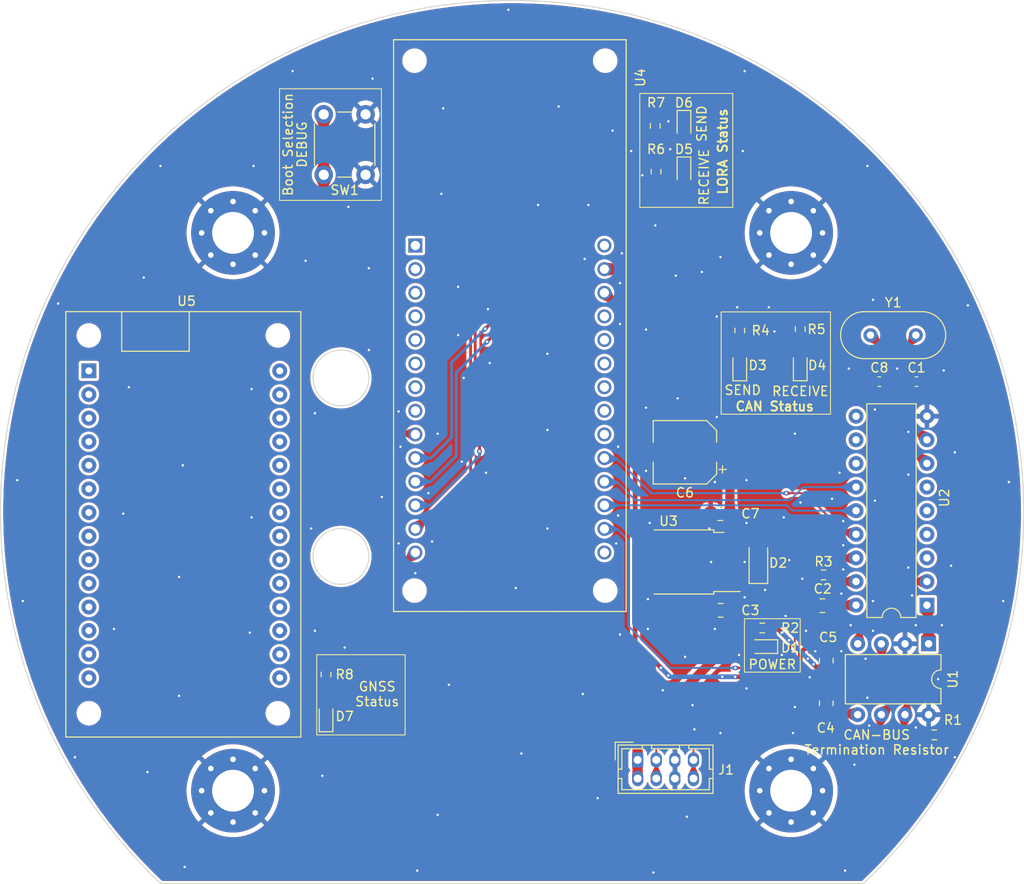
<source format=kicad_pcb>
(kicad_pcb (version 20221018) (generator pcbnew)
  (layers (0 "F.Cu" signal) (31 "B.Cu" signal) (34 "B.Paste" user) (35 "F.Paste" user) (36 "B.SilkS" user "B.Silkscreen") (37 "F.SilkS" user "F.Silkscreen") (38 "B.Mask" user) (39 "F.Mask" user) (44 "Edge.Cuts" user))
  (net 0 "")
  (net 1 "CAN_H")
  (net 2 "GND")
  (net 3 "+5V")
  (net 4 "CAN_L")
  (net 5 "+3.3V")
  (net 6 "CAN_TX")
  (net 7 "CAN_RX")
  (net 8 "OSC1")
  (net 9 "OSC2")
  (net 10 "SPI_CS_MCP")
  (net 11 "SPI_MOSI")
  (net 12 "SPI_SCLK")
  (net 13 "SPI_MISO")
  (net 14 "Net-(U4-~RESET)")
  (net 63 "Net-(D1-A)")
  (net 64 "Net-(D2-A)")
  (net 65 "Net-(D3-A)")
  (net 66 "Net-(D4-A)")
  (net 67 "Net-(D5-A)")
  (net 68 "Net-(D6-A)")
  (net 69 "CAN_RECEIVE_STATUS")
  (net 70 "CAN_SEND_STATUS")
  (net 71 "LORA_RECEIVE_STATUS")
  (net 72 "LORA_SEND_STATUS")
  (net 73 "GNSS_STATUS")
  (net 74 "DEBUG_MODE")
  (net 78 "+12V")
  (footprint "MountingHole:MountingHole_4.5mm_Pad_Via" (layer "F.Cu") (at 178.5 75)
    (fp_text reference "REF**" hide)
    (fp_text value "MountingHole_4.5mm_Pad_Via")
  )
  (footprint "Package_TO_SOT_SMD:TO-252-3_TabPin2" (layer "F.Cu") (at 166.8775 110.4002 180)
    (fp_text reference "U3")
    (fp_text value "NJM7805SDL1")
  )
  (footprint "Crystal:Crystal_HC49-U_Vertical" (layer "F.Cu") (at 187.0275 86.0002)
    (fp_text reference "Y1")
    (fp_text value "8MHz")
  )
  (footprint "Capacitor_SMD:C_0805_2012Metric_Pad1.18x1.45mm_HandSolder" (layer "F.Cu") (at 181.86 115.1002 180)
    (fp_text reference "C2")
    (fp_text value "0.1μF")
  )
  (footprint "Button_Switch_THT:SW_PUSH_6mm" (layer "F.Cu") (at 132.75 62.25 -90)
    (fp_text reference "SW1")
    (fp_text value "SW_Push")
  )
  (footprint "LED_SMD:LED_0603_1608Metric_Pad1.05x0.95mm_HandSolder" (layer "F.Cu") (at 166.9775 63.4877 -90)
    (fp_text reference "D6")
    (fp_text value "ORANGE")
  )
  (footprint "Resistor_SMD:R_0603_1608Metric_Pad0.98x0.95mm_HandSolder" (layer "F.Cu") (at 128.5 122.5 -90)
    (fp_text reference "R8")
    (fp_text value "300Ω")
  )
  (footprint "Capacitor_SMD:C_0805_2012Metric_Pad1.18x1.45mm_HandSolder" (layer "F.Cu") (at 170.88 105.2002 180)
    (fp_text reference "C7")
    (fp_text value "0.1μF")
  )
  (footprint "Capacitor_SMD:C_0805_2012Metric_Pad1.18x1.45mm_HandSolder" (layer "F.Cu") (at 182.2775 121.0002 90)
    (fp_text reference "C5")
    (fp_text value "0.1μF")
  )
  (footprint "LED_SMD:LED_0603_1608Metric_Pad1.05x0.95mm_HandSolder" (layer "F.Cu") (at 128.5 127 90)
    (fp_text reference "D7")
    (fp_text value "GREEN")
  )
  (footprint "Package_DIP:DIP-8_W7.62mm" (layer "F.Cu") (at 193.2775 119.2002 -90)
    (fp_text reference "U1")
    (fp_text value "MCP2562-E-P")
  )
  (footprint "Diode_SMD:D_SOD-123F" (layer "F.Cu") (at 174.9775 110.5002 90)
    (fp_text reference "D2")
    (fp_text value "1N4007")
  )
  (footprint "ArduinoMkrGpsShield:Arduino MKR GPS Shield" (layer "F.Cu") (at 103 89.84)
    (fp_text reference "U5")
    (fp_text value "~")
  )
  (footprint "Resistor_SMD:R_0603_1608Metric_Pad0.98x0.95mm_HandSolder" (layer "F.Cu") (at 163.9775 68.4127 -90)
    (fp_text reference "R6")
    (fp_text value "100Ω")
  )
  (footprint "Capacitor_SMD:C_0603_1608Metric_Pad1.08x0.95mm_HandSolder" (layer "F.Cu") (at 191.9775 91.0002 180)
    (fp_text reference "C1")
    (fp_text value "15pF")
  )
  (footprint "MountingHole:MountingHole_4.5mm_Pad_Via" (layer "F.Cu") (at 118.5 135)
    (fp_text reference "REF**" hide)
    (fp_text value "MountingHole_4.5mm_Pad_Via")
  )
  (footprint "Resistor_SMD:R_0603_1608Metric_Pad0.98x0.95mm_HandSolder" (layer "F.Cu") (at 172.9775 85.5002 -90)
    (fp_text reference "R4")
    (fp_text value "100Ω")
  )
  (footprint "ABX00012:ARDUINO_ABX00012" (layer "F.Cu") (at 135.7625 54.225 -90)
    (fp_text reference "U4")
    (fp_text value "ABX00012")
  )
  (footprint "Capacitor_SMD:CP_Elec_6.3x7.7" (layer "F.Cu") (at 167.0775 98.6002 180)
    (fp_text reference "C6")
    (fp_text value "100μF")
  )
  (footprint "MountingHole:MountingHole_4.5mm_Pad_Via" (layer "F.Cu") (at 178.5 135)
    (fp_text reference "REF**" hide)
    (fp_text value "MountingHole_4.5mm_Pad_Via")
  )
  (footprint "LED_SMD:LED_0603_1608Metric_Pad1.05x0.95mm_HandSolder" (layer "F.Cu") (at 172.9775 89.2502 90)
    (fp_text reference "D3")
    (fp_text value "ORANGE")
  )
  (footprint "Resistor_SMD:R_0603_1608Metric_Pad0.98x0.95mm_HandSolder" (layer "F.Cu") (at 193.9 129)
    (fp_text reference "R1")
    (fp_text value "120Ω")
  )
  (footprint "Capacitor_SMD:C_0805_2012Metric_Pad1.18x1.45mm_HandSolder" (layer "F.Cu") (at 182.2775 125.6002 90)
    (fp_text reference "C4")
    (fp_text value "0.1μF")
  )
  (footprint "Capacitor_SMD:C_0805_2012Metric_Pad1.18x1.45mm_HandSolder" (layer "F.Cu") (at 170.9175 115.6002 180)
    (fp_text reference "C3")
    (fp_text value "0.33μF")
  )
  (footprint "MountingHole:MountingHole_4.5mm_Pad_Via" (layer "F.Cu") (at 118.5 75)
    (fp_text reference "REF**" hide)
    (fp_text value "MountingHole_4.5mm_Pad_Via")
  )
  (footprint "LED_SMD:LED_0603_1608Metric_Pad1.05x0.95mm_HandSolder" (layer "F.Cu") (at 166.9775 68.5002 -90)
    (fp_text reference "D5")
    (fp_text value "ORANGE")
  )
  (footprint "LED_SMD:LED_0603_1608Metric_Pad1.05x0.95mm_HandSolder" (layer "F.Cu") (at 175.39 119.5002 180)
    (fp_text reference "D1")
    (fp_text value "RED")
  )
  (footprint "Resistor_SMD:R_0603_1608Metric_Pad0.98x0.95mm_HandSolder" (layer "F.Cu") (at 181.985 111.7902)
    (fp_text reference "R3")
    (fp_text value "10kΩ")
  )
  (footprint "Connector_Hirose:Hirose_DF11-8DP-2DSA_2x04_P2.00mm_Vertical" (layer "F.Cu") (at 162 131.69)
    (fp_text reference "J1")
    (fp_text value "Conn_01x08")
  )
  (footprint "Resistor_SMD:R_0603_1608Metric_Pad0.98x0.95mm_HandSolder" (layer "F.Cu") (at 163.89 63.4877 -90)
    (fp_text reference "R7")
    (fp_text value "100Ω")
  )
  (footprint "Package_DIP:DIP-18_W7.62mm" (layer "F.Cu") (at 193.0975 115.0402 180)
    (fp_text reference "U2")
    (fp_text value "MCP2515-I/P")
  )
  (footprint "Resistor_SMD:R_0603_1608Metric_Pad0.98x0.95mm_HandSolder" (layer "F.Cu") (at 175.39 117.5002 180)
    (fp_text reference "R2")
    (fp_text value "620Ω")
  )
  (footprint "Capacitor_SMD:C_0603_1608Metric_Pad1.08x0.95mm_HandSolder" (layer "F.Cu") (at 187.9775 91.0002)
    (fp_text reference "C8")
    (fp_text value "15pF")
  )
  (footprint "LED_SMD:LED_0603_1608Metric_Pad1.05x0.95mm_HandSolder" (layer "F.Cu") (at 179.4775 89.2502 90)
    (fp_text reference "D4")
    (fp_text value "ORANGE")
  )
  (footprint "Resistor_SMD:R_0603_1608Metric_Pad0.98x0.95mm_HandSolder" (layer "F.Cu") (at 179.4775 85.3377 -90)
    (fp_text reference "R5")
    (fp_text value "100Ω")
  )
  (gr_rect (start 127.5 120.375) (end 137 129) (stroke (width 0.1)) (fill none) (layer "F.SilkS"))
  (gr_rect (start 162.2275 60.0002) (end 172.2275 72.2502) (stroke (width 0.1)) (fill none) (layer "F.SilkS"))
  (gr_rect (start 123.5 59.5) (end 134.45 71.5) (stroke (width 0.1)) (fill none) (layer "F.SilkS"))
  (gr_rect (start 173.4775 116.5002) (end 179.4775 122.2502) (stroke (width 0.1)) (fill none) (layer "F.SilkS"))
  (gr_rect (start 170.9775 83.5002) (end 182.7275 94.5002) (stroke (width 0.1)) (fill none) (layer "F.SilkS"))
  (gr_arc locked (start 110.75 145) (mid 148.5 49.999432) (end 186.25 145) (stroke (width 0.1)) (layer "Edge.Cuts"))
  (gr_circle (center 130.1 90.6) (end 133.1 90.6) (stroke (width 0.1)) (fill none) (layer "Edge.Cuts"))
  (gr_circle (center 130.1 109.8) (end 133.1 109.8) (stroke (width 0.1)) (fill none) (layer "Edge.Cuts"))
  (gr_line locked (start 186.25 145) (end 110.75 145) (stroke (width 0.1)) (layer "Edge.Cuts"))
  (gr_text "CAN-BUS\nTermination Resistor" (at 187.7 129.8) (layer "F.SilkS") (effects (font (size 1 1) (thickness 0.153))))
  (gr_text "GNSS\nStatus\n" (at 134 126) (layer "F.SilkS") (effects (font (size 1 1)) (justify bottom)))
  (gr_text "SEND" (at 173.3 92.5002) (layer "F.SilkS") (effects (font (size 1 1)) (justify bottom)))
  (gr_text "DEBUG" (at 126.5 65.5 90) (layer "F.SilkS") (effects (font (size 1 1)) (justify bottom)))
  (gr_text "RECEIVE" (at 179.4775 92.6252) (layer "F.SilkS") (effects (font (size 1 1)) (justify bottom)))
  (gr_text "POWER" (at 176.4775 122.0002) (layer "F.SilkS") (effects (font (size 1 1)) (justify bottom)))
  (gr_text "Boot Selection\n" (at 125 65.5 90) (layer "F.SilkS") (effects (font (size 1 1)) (justify bottom)))
  (gr_text "SEND" (at 169.4775 63.2502 90) (layer "F.SilkS") (effects (font (size 1 1)) (justify bottom)))
  (gr_text "LORA Status" (at 171.7275 66.2502 90) (layer "F.SilkS") (effects (font (size 1 1) (thickness 0.2) bold) (justify bottom)))
  (gr_text "RECEIVE" (at 169.7275 69.0002 90) (layer "F.SilkS") (effects (font (size 1 1)) (justify bottom)))
  (gr_text "CAN Status" (at 176.7275 94.2502) (layer "F.SilkS") (effects (font (size 1 1) (thickness 0.2) bold) (justify bottom)))
  (segment (start 195.3 126.8) (end 193.1 129) (width 0.2) (layer "F.Cu") (net 1))
  (segment (start 190.7375 128.1625) (end 189.7 129.2) (width 0.2) (layer "F.Cu") (net 1))
  (segment (start 170.315 127.6627) (end 168 129.9777) (width 0.2) (layer "F.Cu") (net 1))
  (segment (start 168 129.9777) (end 168 133.6677) (width 0.2) (layer "F.Cu") (net 1))
  (segment (start 190.7375 126.8202) (end 190.7375 128.1625) (width 0.2) (layer "F.Cu") (net 1))
  (segment (start 194.7 125.4) (end 195.3 126) (width 0.2) (layer "F.Cu") (net 1))
  (segment (start 190.7375 125.7625) (end 191.1 125.4) (width 0.2) (layer "F.Cu") (net 1))
  (segment (start 195.3 126) (end 195.3 126.8) (width 0.2) (layer "F.Cu") (net 1))
  (segment (start 179.14 127.6627) (end 170.315 127.6627) (width 0.2) (layer "F.Cu") (net 1))
  (segment (start 168 133.6677) (end 167.9775 133.6902) (width 0.2) (layer "F.Cu") (net 1))
  (segment (start 180.6773 129.2) (end 179.14 127.6627) (width 0.2) (layer "F.Cu") (net 1))
  (segment (start 190.7375 126.8202) (end 190.7375 125.7625) (width 0.2) (layer "F.Cu") (net 1))
  (segment (start 191.1 125.4) (end 194.7 125.4) (width 0.2) (layer "F.Cu") (net 1))
  (segment (start 189.7 129.2) (end 180.6773 129.2) (width 0.2) (layer "F.Cu") (net 1))
  (via (at 186.7 67.8) (size 0.51) (drill 0.25) (layers "F.Cu" "B.Cu") (net 2))
  (via (at 142.7 80.8) (size 0.51) (drill 0.25) (layers "F.Cu" "B.Cu") (net 2))
  (via (at 169.9 110.4) (size 0.51) (drill 0.25) (layers "F.Cu" "B.Cu") (net 2))
  (via (at 146.1 89) (size 0.51) (drill 0.25) (layers "F.Cu" "B.Cu") (net 2))
  (via (at 162.5 68.8) (size 0.51) (drill 0.25) (layers "F.Cu" "B.Cu") (net 2))
  (via (at 187.3 114.6) (size 0.51) (drill 0.25) (layers "F.Cu" "B.Cu") (net 2))
  (via (at 173.3 66.2) (size 0.51) (drill 0.25) (layers "F.Cu" "B.Cu") (net 2))
  (via (at 127.3 94.4) (size 0.51) (drill 0.25) (layers "F.Cu" "B.Cu") (net 2))
  (via (at 179.7 112.2) (size 0.51) (drill 0.25) (layers "F.Cu" "B.Cu") (net 2))
  (via (at 139.9 108.2) (size 0.51) (drill 0.25) (layers "F.Cu" "B.Cu") (net 2))
  (via (at 195.7 110.8) (size 0.51) (drill 0.25) (layers "F.Cu" "B.Cu") (net 2))
  (via (at 95.9 114.6) (size 0.51) (drill 0.25) (layers "F.Cu" "B.Cu") (net 2))
  (via (at 108.9 79.8) (size 0.51) (drill 0.25) (layers "F.Cu" "B.Cu") (net 2))
  (via (at 201.3 114.6) (size 0.51) (drill 0.25) (layers "F.Cu" "B.Cu") (net 2))
  (via (at 170.9 77.6) (size 0.51) (drill 0.25) (layers "F.Cu" "B.Cu") (net 2))
  (via (at 163.7 143.8) (size 0.51) (drill 0.25) (layers "F.Cu" "B.Cu") (net 2))
  (via (at 156.7 72) (size 0.51) (drill 0.25) (layers "F.Cu" "B.Cu") (net 2))
  (via (at 120.5 91.8) (size 0.51) (drill 0.25) (layers "F.Cu" "B.Cu") (net 2))
  (via (at 180.5 122.8) (size 0.51) (drill 0.25) (layers "F.Cu" "B.Cu") (net 2))
  (via (at 107.3 91.6) (size 0.51) (drill 0.25) (layers "F.Cu" "B.Cu") (net 2))
  (via (at 136.3 94.2) (size 0.51) (drill 0.25) (layers "F.Cu" "B.Cu") (net 2))
  (via (at 148.9 113.2) (size 0.51) (drill 0.25) (layers "F.Cu" "B.Cu") (net 2))
  (via (at 165.5 66) (size 0.51) (drill 0.25) (layers "F.Cu" "B.Cu") (net 2))
  (via (at 138.1 111.6) (size 0.51) (drill 0.25) (layers "F.Cu" "B.Cu") (net 2))
  (via (at 183.7 100.8) (size 0.51) (drill 0.25) (layers "F.Cu" "B.Cu") (net 2))
  (via (at 173.5 57.6) (size 0.51) (drill 0.25) (layers "F.Cu" "B.Cu") (net 2))
  (via (at 160.1 84.8) (size 0.51) (drill 0.25) (layers "F.Cu" "B.Cu") (net 2))
  (via (at 133.5 58.4) (size 0.51) (drill 0.25) (layers "F.Cu" "B.Cu") (net 2))
  (via (at 173.7 124) (size 0.51) (drill 0.25) (layers "F.Cu" "B.Cu") (net 2))
  (via (at 179.5 104) (size 0.51) (drill 0.25) (layers "F.Cu" "B.Cu") (net 2))
  (via (at 138.3 143.6) (size 0.51) (drill 0.25) (layers "F.Cu" "B.Cu") (net 2))
  (via (at 160.1 80.4) (size 0.51) (drill 0.25) (layers "F.Cu" "B.Cu") (net 2))
  (via (at 163.1 117.6) (size 0.51) (drill 0.25) (layers "F.Cu" "B.Cu") (net 2))
  (via (at 136.3 108.4) (size 0.51) (drill 0.25) (layers "F.Cu" "B.Cu") (net 2))
  (via (at 182.9 103.6) (size 0.51) (drill 0.25) (layers "F.Cu" "B.Cu") (net 2))
  (via (at 152.3 96.2) (size 0.51) (drill 0.25) (layers "F.Cu" "B.Cu") (net 2))
  (via (at 165.3 63) (size 0.51) (drill 0.25) (layers "F.Cu" "B.Cu") (net 2))
  (via (at 187.5 103.8) (size 0.51) (drill 0.25) (layers "F.Cu" "B.Cu") (net 2))
  (via (at 143.1 99.6) (size 0.51) (drill 0.25) (layers "F.Cu" "B.Cu") (net 2))
  (via (at 201.9 101.8) (size 0.51) (drill 0.25) (layers "F.Cu" "B.Cu") (net 2))
  (via (at 167.3 137.8) (size 0.51) (drill 0.25) (layers "F.Cu" "B.Cu") (net 2))
  (via (at 130.9 72.2) (size 0.51) (drill 0.25) (layers "F.Cu" "B.Cu") (net 2))
  (via (at 112.7 124.8) (size 0.51) (drill 0.25) (layers "F.Cu" "B.Cu") (net 2))
  (via (at 142.7 86) (size 0.51) (drill 0.25) (layers "F.Cu" "B.Cu") (net 2))
  (via (at 180.1 117.8) (size 0.51) (drill 0.25) (layers "F.Cu" "B.Cu") (net 2))
  (via (at 170.3 117.6) (size 0.51) (drill 0.25) (layers "F.Cu" "B.Cu") (net 2))
  (via (at 157.7 135.8) (size 0.51) (drill 0.25) (layers "F.Cu" "B.Cu") (net 2))
  (via (at 196.1 98.6) (size 0.51) (drill 0.25) (layers "F.Cu" "B.Cu") (net 2))
  (via (at 161.3 66.2) (size 0.51) (drill 0.25) (layers "F.Cu" "B.Cu") (net 2))
  (via (at 168.9 79.2) (size 0.51) (drill 0.25) (layers "F.Cu" "B.Cu") (net 2))
  (via (at 140.5 96.6) (size 0.51) (drill 0.25) (layers "F.Cu" "B.Cu") (net 2))
  (via (at 170.5 84) (size 0.51) (drill 0.25) (layers "F.Cu" "B.Cu") (net 2))
  (via (at 159.3 64) (size 0.51) (drill 0.25) (layers "F.Cu" "B.Cu") (net 2))
  (via (at 166.1 79.6) (size 0.51) (drill 0.25) (layers "F.Cu" "B.Cu") (net 2))
  (via (at 189.9 89.6) (size 0.51) (drill 0.25) (layers "F.Cu" "B.Cu") (net 2))
  (via (at 170.9 128.8) (size 0.51) (drill 0.25) (layers "F.Cu" "B.Cu") (net 2))
  (via (at 184.7 89.6) (size 0.51) (drill 0.25) (layers "F.Cu" "B.Cu") (net 2))
  (via (at 163.3 106.2) (size 0.51) (drill 0.25) (layers "F.Cu" "B.Cu") (net 2))
  (via (at 184.1 106) (size 0.51) (drill 0.25) (layers "F.Cu" "B.Cu") (net 2))
  (via (at 184.9 117.2) (size 0.51) (drill 0.25) (layers "F.Cu" "B.Cu") (net 2))
  (via (at 183.9 113.8) (size 0.51) (drill 0.25) (layers "F.Cu" "B.Cu") (net 2))
  (via (at 141.7 123.6) (size 0.51) (drill 0.25) (layers "F.Cu" "B.Cu") (net 2))
  (via (at 139.5 103) (size 0.51) (drill 0.25) (layers "F.Cu" "B.Cu") (net 2))
  (via (at 170.5 94.8) (size 0.51) (drill 0.25) (layers "F.Cu" "B.Cu") (net 2))
  (via (at 110.7 67.8) (size 0.51) (drill 0.25) (layers "F.Cu" "B.Cu") (net 2))
  (via (at 173.7 101.6) (size 0.51) (drill 0.25) (layers "F.Cu" "B.Cu") (net 2))
  (via (at 151.3 72) (size 0.51) (drill 0.25) (layers "F.Cu" "B.Cu") (net 2))
  (via (at 160.1 118.2) (size 0.51) (drill 0.25) (layers "F.Cu" "B.Cu") (net 2))
  (via (at 191.5 114) (size 0.51) (drill 0.25) (layers "F.Cu" "B.Cu") (net 2))
  (via (at 126.3 78) (size 0.51) (drill 0.25) (layers "F.Cu" "B.Cu") (net 2))
  (via (at 99.7 82.6) (size 0.51) (drill 0.25) (layers "F.Cu" "B.Cu") (net 2))
  (via (at 184.1 108.6) (size 0.51) (drill 0.25) (layers "F.Cu" "B.Cu") (net 2))
  (via (at 130.5 119.6) (size 0.51) (drill 0.25) (layers "F.Cu" "B.Cu") (net 2))
  (via (at 164.7 124.2) (size 0.51) (drill 0.25) (layers "F.Cu" "B.Cu") (net 2))
  (via (at 194.3 123) (size 0.51) (drill 0.25) (layers "F.Cu" "B.Cu") (net 2))
  (via (at 187.3 117.8) (size 0.51) (drill 0.25) (layers "F.Cu" "B.Cu") (net 2))
  (via (at 159.9 98) (size 0.51) (drill 0.25) (layers "F.Cu" "B.Cu") (net 2))
  (via (at 145.9 83.2) (size 0.51) (drill 0.25) (layers "F.Cu" "B.Cu") (net 2))
  (via (at 127.3 117.8) (size 0.51) (drill 0.25) (layers "F.Cu" "B.Cu") (net 2))
  (via (at 194.9 89.8) (size 0.51) (drill 0.25) (layers "F.Cu" "B.Cu") (net 2))
  (via (at 109.3 133) (size 0.51) (drill 0.25) (layers "F.Cu" "B.Cu") (net 2))
  (via (at 162.9 100.6) (size 0.51) (drill 0.25) (layers "F.Cu" "B.Cu") (net 2))
  (via (at 148.1 51) (size 0.51) (drill 0.25) (layers "F.Cu" "B.Cu") (net 2))
  (via (at 141.1 61.6) (size 0.51) (drill 0.25) (layers "F.Cu" "B.Cu") (net 2))
  (via (at 196.1 131.4) (size 0.51) (drill 0.25) (layers "F.Cu" "B.Cu") (net 2))
  (via (at 95.3 101.6) (size 0.51) (drill 0.25) (layers "F.Cu" "B.Cu") (net 2))
  (via (at 134.5 103.4) (size 0.51) (drill 0.25) (layers "F.Cu" "B.Cu") (net 2))
  (via (at 167.9 125.8) (size 0.51) (drill 0.25) (layers "F.Cu" "B.Cu") (net 2))
  (via (at 191.9 128.2) (size 0.51) (drill 0.25) (layers "F.Cu" "B.Cu") (net 2))
  (via (at 159.9 105.4) (size 0.51) (drill 0.25) (layers "F.Cu" "B.Cu") (net 2))
  (via (at 153.5 61.4) (size 0.51) (drill 0.25) (layers "F.Cu" "B.Cu") (net 2))
  (via (at 156.3 77.8) (size 0.51) (drill 0.25) (layers "F.Cu" "B.Cu") (net 2))
  (via (at 184.1 111.2) (size 0.51) (drill 0.25) (layers "F.Cu" "B.Cu") (net 2))
  (via (at 186.5 120.8) (size 0.51) (drill 0.25) (layers "F.Cu" "B.Cu") (net 2))
  (via (at 177.5 120.4) (size 0.51) (drill 0.25) (layers "F.Cu" "B.Cu") (net 2))
  (via (at 178.9 96.6) (size 0.51) (drill 0.25) (layers "F.Cu" "B.Cu") (net 2))
  (via (at 120.7 67.8) (size 0.51) (drill 0.25) (layers "F.Cu" "B.Cu") (net 2))
  (via (at 140.5 137.6) (size 0.51) (drill 0.25) (layers "F.Cu" "B.Cu") (net 2))
  (via (at 156.1 124.6) (size 0.51) (drill 0.25) (layers "F.Cu" "B.Cu") (net 2))
  (via (at 170.3 101.8) (size 0.51) (drill 0.25) (layers "F.Cu" "B.Cu") (net 2))
  (via (at 136.5 98) (size 0.51) (drill 0.25) (layers "F.Cu" "B.Cu") (net 2))
  (via (at 133.1 78.8) (size 0.51) (drill 0.25) (layers "F.Cu" "B.Cu") (net 2))
  (via (at 120.5 105.6) (size 0.51) (drill 0.25) (layers "F.Cu" "B.Cu") (net 2))
  (via (at 172.7 83) (size 0.51) (drill 0.25) (layers "F.Cu" "B.Cu") (net 2))
  (via (at 185.3 132.2) (size 0.51) (drill 0.25) (layers "F.Cu" "B.Cu") (net 2))
  (via (at 105.7 117.6) (size 0.51) (drill 0.25) (layers "F.Cu" "B.Cu") (net 2))
  (via (at 143.3 90.6) (size 0.51) (drill 0.25) (layers "F.Cu" "B.Cu") (net 2))
  (via (at 166.3 92.8) (size 0.51) (drill 0.25) (layers "F.Cu" "B.Cu") (net 2))
  (via (at 173.5 114.2) (size 0.51) (drill 0.25) (layers "F.Cu" "B.Cu") (net 2))
  (via (at 140.9 70.8) (size 0.51) (drill 0.25) (layers "F.Cu" "B.Cu") (net 2))
  (via (at 191.1 96.4) (size 0.51) (drill 0.25) (layers "F.Cu" "B.Cu") (net 2))
  (via (at 113.3 143.2) (size 0.51) (drill 0.25) (layers "F.Cu" "B.Cu") (net 2))
  (via (at 169.7 106.8) (size 0.51) (drill 0.25) (layers "F.Cu" "B.Cu") (net 2))
  (via (at 186.7 125) (size 0.51) (drill 0.25) (layers "F.Cu" "B.Cu") (net 2))
  (via (at 187.5 94) (size 0.51) (drill 0.25) (layers "F.Cu" "B.Cu") (net 2))
  (via (at 113.1 100) (size 0.51) (drill 0.25) (layers "F.Cu" "B.Cu") (net 2))
  (via (at 162.9 93.8) (size 0.51) (drill 0.25) (layers "F.Cu" "B.Cu") (net 2))
  (via (at 149.5 131) (size 0.51) (drill 0.25) (layers "F.Cu" "B.Cu") (net 2))
  (via (at 163.9 74.2) (size 0.51) (drill 0.25) (layers "F.Cu" "B.Cu") (net 2))
  (via (at 191.1 101) (size 0.51) (drill 0.25) (layers "F.Cu" "B.Cu") (net 2))
  (via (at 162.9 85.4) (size 0.51) (drill 0.25) (layers "F.Cu" "B.Cu") (net 2))
  (via (at 177.7 105.6) (size 0.51) (drill 0.25) (layers "F.Cu" "B.Cu") (net 2))
  (via (at 120.3 118) (size 0.51) (drill 0.25) (layers "F.Cu" "B.Cu") (net 2))
  (via (at 160.3 77.2) (size 0.51) (drill 0.25) (layers "F.Cu" "B.Cu") (net 2))
  (via (at 112.7 112) (size 0.51) (drill 0.25) (layers "F.Cu" "B.Cu") (net 2))
  (via (at 152.3 106.8) (size 0.51) (drill 0.25) (layers "F.Cu" "B.Cu") (net 2))
  (via (at 175.7 113.4) (size 0.51) (drill 0.25) (layers "F.Cu" "B.Cu") (net 2))
  (via (at 183.9 120) (size 0.51) (drill 0.25) (layers "F.Cu" "B.Cu") (net 2))
  (via (at 197.5 82.8) (size 0.51) (drill 0.25) (layers "F.Cu" "B.Cu") (net 2))
  (via (at 145.7 100.8) (size 0.51) (drill 0.25) (layers "F.Cu" "B.Cu") (net 2))
  (via (at 177.9 116.2) (size 0.51) (drill 0.25) (layers "F.Cu" "B.Cu") (net 2))
  (via (at 133.1 87.6) (size 0.51) (drill 0.25) (layers "F.Cu" "B.Cu") (net 2))
  (via (at 159.7 108.4) (size 0.51) (drill 0.25) (layers "F.Cu" "B.Cu") (net 2))
  (via (at 178.9 126) (size 0.51) (drill 0.25) (layers "F.Cu" "B.Cu") (net 2))
  (via (at 126.9 106.8) (size 0.51) (drill 0.25) (layers "F.Cu" "B.Cu") (net 2))
  (via (at 168.1 128.4) (size 0.51) (drill 0.25) (layers "F.Cu" "B.Cu") (net 2))
  (via (at 128.1 133.4) (size 0.51) (drill 0.25) (layers "F.Cu" "B.Cu") (net 2))
  (via (at 184.3 143.6) (size 0.51) (drill 0.25) (layers "F.Cu" "B.Cu") (net 2))
  (via (at 176.7 85.6) (size 0.51) (drill 0.25) (layers "F.Cu" "B.Cu") (net 2))
  (via (at 101.5 131.4) (size 0.51) (drill 0.25) (layers "F.Cu" "B.Cu") (net 2))
  (via (at 167.1 101.4) (size 0.51) (drill 0.25) (layers "F.Cu" "B.Cu") (net 2))
  (via (at 191.9 117.2) (size 0.51) (drill 0.25) (layers "F.Cu" "B.Cu") (net 2))
  (via (at 173.7 106.2) (size 0.51) (drill 0.25) (layers "F.Cu" "B.Cu") (net 2))
  (via (at 173.5 110.4) (size 0.51) (drill 0.25) (layers "F.Cu" "B.Cu") (net 2))
  (via (at 167.1 120.6) (size 0.51) (drill 0.25) (layers "F.Cu" "B.Cu") (net 2))
  (via (at 187.3 82.2) (size 0.51) (drill 0.25) (layers "F.Cu" "B.Cu") (net 2))
  (via (at 106.7 105.2) (size 0.51) (drill 0.25) (layers "F.Cu" "B.Cu") (net 2))
  (via (at 178.3 110.2) (size 0.51) (drill 0.25) (layers "F.Cu" "B.Cu") (net 2))
  (via (at 152.3 88) (size 0.51) (drill 0.25) (layers "F.Cu" "B.Cu") (net 2))
  (via (at 124.9 57.6) (size 0.51) (drill 0.25) (layers "F.Cu" "B.Cu") (net 2))
  (via (at 172.9 120.4) (size 0.51) (drill 0.25) (layers "F.Cu" "B.Cu") (net 2))
  (via (at 178.7 128.8) (size 0.51) (drill 0.25) (layers "F.Cu" "B.Cu") (net 2))
  (via (at 191.1 111) (size 0.51) (drill 0.25) (layers "F.Cu" "B.Cu") (net 2))
  (via (at 194.7 117.2) (size 0.51) (drill 0.25) (layers "F.Cu" "B.Cu") (net 2))
  (via (at 163.1 114.4) (size 0.51) (drill 0.25) (layers "F.Cu" "B.Cu") (net 2))
  (via (at 186.9 128) (size 0.51) (drill 0.25) (layers "F.Cu" "B.Cu") (net 2))
  (via (at 181.1 120) (size 0.51) (drill 0.25) (layers "F.Cu" "B.Cu") (net 2))
  (via (at 176.1 83) (size 0.51) (drill 0.25) (layers "F.Cu" "B.Cu") (net 2))
  (segment (start 171.9175 108.1202) (end 171.9175 105.2002) (width 1) (layer "F.Cu") (net 3))
  (segment (start 176.3025 117.5002) (end 176.3025 115.6752) (width 0.5) (layer "F.Cu") (net 3))
  (segment (start 171.9175 100.7402) (end 169.7775 98.6002) (width 1) (layer "F.Cu") (net 3))
  (segment (start 177.48865 118.01135) (end 176.9775 117.5002) (width 0.5) (layer "F.Cu") (net 3))
  (segment (start 173.9975 108.1202) (end 174.9775 109.1002) (width 1) (layer "F.Cu") (net 3))
  (segment (start 164.4775 81.0002) (end 162.3773 78.9) (width 1) (layer "F.Cu") (net 3))
  (segment (start 171.9175 105.2002) (end 171.9175 100.7402) (width 1) (layer "F.Cu") (net 3))
  (segment (start 164.4775 93.5002) (end 164.4775 81.0002) (width 1) (layer "F.Cu") (net 3))
  (segment (start 180.9 121.4) (end 180.3 120.8) (width 0.5) (layer "F.Cu") (net 3))
  (segment (start 162.3773 78.9) (end 158.4227 78.9) (width 1) (layer "F.Cu") (net 3))
  (segment (start 186.94 122.0377) (end 188.1975 120.7802) (width 0.5) (layer "F.Cu") (net 3))
  (segment (start 176.9775 115.0002) (end 176.9775 111.1002) (width 0.5) (layer "F.Cu") (net 3))
  (segment (start 178.2773 118.8) (end 177.48865 118.01135) (width 0.5) (layer "F.Cu") (net 3))
  (segment (start 176.3025 115.6752) (end 176.9775 115.0002) (width 0.5) (layer "F.Cu") (net 3))
  (segment (start 180.9 121.4) (end 181.5377 122.0377) (width 0.5) (layer "F.Cu") (net 3))
  (segment (start 176.9775 111.1002) (end 174.9775 109.1002) (width 0.5) (layer "F.Cu") (net 3))
  (segment (start 181.5377 122.0377) (end 182.2775 122.0377) (width 0.5) (layer "F.Cu") (net 3))
  (segment (start 169.5775 98.6002) (end 164.4775 93.5002) (width 1) (layer "F.Cu") (net 3))
  (segment (start 188.1975 120.7802) (end 188.1975 119.2002) (width 0.5) (layer "F.Cu") (net 3))
  (segment (start 176.9775 117.5002) (end 176.3025 117.5002) (width 0.5) (layer "F.Cu") (net 3))
  (segment (start 171.9175 108.1202) (end 173.9975 108.1202) (width 1) (layer "F.Cu") (net 3))
  (segment (start 182.2775 122.0377) (end 186.94 122.0377) (width 0.5) (layer "F.Cu") (net 3))
  (via (at 177.48865 118.01135) (size 0.51) (drill 0.25) (layers "F.Cu" "B.Cu") (net 3))
  (via (at 178.2773 118.8) (size 0.51) (drill 0.25) (layers "F.Cu" "B.Cu") (net 3))
  (via (at 180.3 120.8) (size 0.51) (drill 0.25) (layers "F.Cu" "B.Cu") (net 3))
  (via (at 180.9 121.4) (size 0.51) (drill 0.25) (layers "F.Cu" "B.Cu") (net 3))
  (segment (start 180.8773 121.4) (end 180.9 121.4) (width 0.5) (layer "B.Cu") (net 3))
  (segment (start 177.48865 118.01135) (end 180.8773 121.4) (width 0.5) (layer "B.Cu") (net 3))
  (segment (start 188.1975 126.8202) (end 188.1975 128.1025) (width 0.2) (layer "F.Cu") (net 4))
  (segment (start 195.7 128.1125) (end 194.8125 129) (width 0.2) (layer "F.Cu") (net 4))
  (segment (start 188.1975 128.1025) (end 187.5 128.8) (width 0.2) (layer "F.Cu") (net 4))
  (segment (start 190.0177 125) (end 194.865686 125) (width 0.2) (layer "F.Cu") (net 4))
  (segment (start 195.7 125.834315) (end 195.7 128.1125) (width 0.2) (layer "F.Cu") (net 4))
  (segment (start 194.865686 125) (end 195.7 125.834315) (width 0.2) (layer "F.Cu") (net 4))
  (segment (start 188.1975 126.8202) (end 190.0177 125) (width 0.2) (layer "F.Cu") (net 4))
  (segment (start 179.305685 127.2627) (end 166.59 127.2627) (width 0.2) (layer "F.Cu") (net 4))
  (segment (start 164 129.8527) (end 164 133.6677) (width 0.2) (layer "F.Cu") (net 4))
  (segment (start 166.59 127.2627) (end 164 129.8527) (width 0.2) (layer "F.Cu") (net 4))
  (segment (start 164 133.6677) (end 163.9775 133.6902) (width 0.2) (layer "F.Cu") (net 4))
  (segment (start 180.842986 128.8) (end 179.305685 127.2627) (width 0.2) (layer "F.Cu") (net 4))
  (segment (start 187.5 128.8) (end 180.842986 128.8) (width 0.2) (layer "F.Cu") (net 4))
  (segment (start 181.0725 111.7902) (end 181.0725 112.3452) (width 0.5) (layer "F.Cu") (net 5))
  (segment (start 185.4775 115.0402) (end 182.9575 115.0402) (width 0.5) (layer "F.Cu") (net 5))
  (segment (start 181.615 126.6377) (end 182.2775 126.6377) (width 0.5) (layer "F.Cu") (net 5))
  (segment (start 172.4775 122.7502) (end 178.7275 122.7502) (width 0.5) (layer "F.Cu") (net 5))
  (segment (start 182.8975 114.1702) (end 182.8975 115.1002) (width 0.5) (layer "F.Cu") (net 5))
  (segment (start 178.7275 122.7502) (end 179.4775 123.5002) (width 0.5) (layer "F.Cu") (net 5))
  (segment (start 178.7275 122.7502) (end 179.475 122.0027) (width 0.5) (layer "F.Cu") (net 5))
  (segment (start 179.475 122.0027) (end 179.475 120.225) (width 0.5) (layer "F.Cu") (net 5))
  (segment (start 161.7275 84.7675) (end 158.4225 81.4625) (width 0.5) (layer "F.Cu") (net 5))
  (segment (start 164.51365 121.81365) (end 164.51365 121.78635) (width 0.5) (layer "F.Cu") (net 5))
  (segment (start 164.51365 121.78635) (end 161.7275 119.0002) (width 0.5) (layer "F.Cu") (net 5))
  (segment (start 181.0725 112.3452) (end 182.8975 114.1702) (width 0.5) (layer "F.Cu") (net 5))
  (segment (start 161.7275 119.0002) (end 161.7275 84.7675) (width 0.5) (layer "F.Cu") (net 5))
  (segment (start 182.8975 116.8025) (end 182.8975 115.1002) (width 0.5) (layer "F.Cu") (net 5))
  (segment (start 179.475 120.225) (end 182.8975 116.8025) (width 0.5) (layer "F.Cu") (net 5))
  (segment (start 182.2775 126.6377) (end 185.475 126.6377) (width 0.5) (layer "F.Cu") (net 5))
  (segment (start 179.4775 123.5002) (end 179.4775 124.5002) (width 0.5) (layer "F.Cu") (net 5))
  (segment (start 179.4775 124.5002) (end 181.615 126.6377) (width 0.5) (layer "F.Cu") (net 5))
  (segment (start 165.3 122.6) (end 164.51365 121.81365) (width 0.5) (layer "F.Cu") (net 5))
  (segment (start 171.1 122.7502) (end 172.4775 122.7502) (width 0.5) (layer "F.Cu") (net 5))
  (via (at 171.1 122.7502) (size 0.51) (drill 0.25) (layers "F.Cu" "B.Cu") (net 5))
  (via (at 172.4775 122.7502) (size 0.51) (drill 0.25) (layers "F.Cu" "B.Cu") (net 5))
  (via (at 164.51365 121.78635) (size 0.51) (drill 0.25) (layers "F.Cu" "B.Cu") (net 5))
  (via (at 165.3 122.6) (size 0.51) (drill 0.25) (layers "F.Cu" "B.Cu") (net 5))
  (segment (start 172.4775 122.7502) (end 165.4775 122.7502) (width 0.5) (layer "B.Cu") (net 5))
  (segment (start 165.4775 122.7502) (end 164.51365 121.78635) (width 0.5) (layer "B.Cu") (net 5))
  (segment (start 193.2775 119.2002) (end 193.2775 115.2202) (width 0.2) (layer "F.Cu") (net 6))
  (segment (start 191.2275 112.5002) (end 193.0975 112.5002) (width 0.2) (layer "F.Cu") (net 7))
  (segment (start 185.6575 119.2002) (end 185.6575 118.0702) (width 0.2) (layer "F.Cu") (net 7))
  (segment (start 185.6575 118.0702) (end 191.2275 112.5002) (width 0.2) (layer "F.Cu") (net 7))
  (segment (start 191.115 91.0002) (end 191.115 95.2777) (width 0.3) (layer "F.Cu") (net 8))
  (segment (start 191.9075 86.0002) (end 191.115 86.7927) (width 0.3) (layer "F.Cu") (net 8))
  (segment (start 191.115 95.2777) (end 193.0975 97.2602) (width 0.3) (layer "F.Cu") (net 8))
  (segment (start 191.115 86.7927) (end 191.115 91.0002) (width 0.3) (layer "F.Cu") (net 8))
  (segment (start 188.84 91.0002) (end 188.84 95.5427) (width 0.3) (layer "F.Cu") (net 9))
  (segment (start 188.84 95.5427) (end 193.0975 99.8002) (width 0.3) (layer "F.Cu") (net 9))
  (segment (start 188.84 87.8127) (end 188.84 91.0002) (width 0.3) (layer "F.Cu") (net 9))
  (segment (start 187.0275 86.0002) (end 188.84 87.8127) (width 0.3) (layer "F.Cu") (net 9))
  (segment (start 178.9 111.14) (end 180.04 110) (width 0.2) (layer "F.Cu") (net 10))
  (segment (start 172.5 121.790497) (end 177.909503 121.790497) (width 0.2) (layer "F.Cu") (net 10))
  (segment (start 177.909503 121.790497) (end 178.9 120.8) (width 0.2) (layer "F.Cu") (net 10))
  (segment (start 178.9 120.8) (end 178.9 111.14) (width 0.2) (layer "F.Cu") (net 10))
  (segment (start 180.04 110) (end 185.5 110) (width 0.2) (layer "F.Cu") (net 10))
  (via (at 172.5 121.790497) (size 0.51) (drill 0.25) (layers "F.Cu" "B.Cu") (net 10))
  (segment (start 172.5 121.790497) (end 165.500497 121.790497) (width 0.2) (layer "B.Cu") (net 10))
  (segment (start 161 117.29) (end 161 108.04) (width 0.2) (layer "B.Cu") (net 10))
  (segment (start 161 108.04) (end 159.8398 106.8798) (width 0.2) (layer "B.Cu") (net 10))
  (segment (start 165.500497 121.790497) (end 161 117.29) (width 0.2) (layer "B.Cu") (net 10))
  (segment (start 159.8398 106.8798) (end 158.4225 106.8798) (width 0.2) (layer "B.Cu") (net 10))
  (segment (start 158.4227 104.3) (end 178.03865 104.3) (width 0.2) (layer "B.Cu") (net 11))
  (segment (start 178.61885 104.8802) (end 185.4775 104.8802) (width 0.2) (layer "B.Cu") (net 11))
  (segment (start 178.03865 104.3) (end 178.61885 104.8802) (width 0.2) (layer "B.Cu") (net 11))
  (segment (start 179.79865 102.3402) (end 185.4775 102.3402) (width 0.2) (layer "B.Cu") (net 12))
  (segment (start 159.7598 101.7598) (end 161.7502 103.7502) (width 0.2) (layer "B.Cu") (net 12))
  (segment (start 158.4225 101.7598) (end 159.7598 101.7598) (width 0.2) (layer "B.Cu") (net 12))
  (segment (start 161.7502 103.7502) (end 178.38865 103.7502) (width 0.2) (layer "B.Cu") (net 12))
  (segment (start 178.38865 103.7502) (end 179.79865 102.3402) (width 0.2) (layer "B.Cu") (net 12))
  (segment (start 184.3975 107.4202) (end 185.4775 107.4202) (width 0.2) (layer "F.Cu") (net 13))
  (segment (start 179.9775 103.0002) (end 184.3975 107.4202) (width 0.2) (layer "F.Cu") (net 13))
  (segment (start 177.9775 103.0002) (end 179.9775 103.0002) (width 0.2) (layer "F.Cu") (net 13))
  (via (at 177.9775 103.0002) (size 0.51) (drill 0.25) (layers "F.Cu" "B.Cu") (net 13))
  (segment (start 159.6971 99.2198) (end 163.4775 103.0002) (width 0.2) (layer "B.Cu") (net 13))
  (segment (start 163.4775 103.0002) (end 177.9775 103.0002) (width 0.2) (layer "B.Cu") (net 13))
  (segment (start 158.4225 99.2198) (end 159.6971 99.2198) (width 0.2) (layer "B.Cu") (net 13))
  (segment (start 183.6075 112.5002) (end 182.8975 111.7902) (width 0.3) (layer "F.Cu") (net 14))
  (segment (start 185.4775 112.5002) (end 183.6075 112.5002) (width 0.3) (layer "F.Cu") (net 14))
  (segment (start 174.4775 117.5002) (end 174.4775 119.4627) (width 0.25) (layer "F.Cu") (net 63))
  (segment (start 179.4775 88.3752) (end 179.4775 86.2502) (width 0.3) (layer "F.Cu") (net 64))
  (segment (start 172.9775 88.3752) (end 172.9775 86.4127) (width 0.3) (layer "F.Cu") (net 65))
  (segment (start 163.9775 69.3252) (end 166.9275 69.3252) (width 0.3) (layer "F.Cu") (net 66))
  (segment (start 163.89 64.4002) (end 166.94 64.4002) (width 0.3) (layer "F.Cu") (net 67))
  (segment (start 128.5 126.125) (end 128.5 123.4125) (width 0.3) (layer "F.Cu") (net 68))
  (segment (start 157.72909 73.2002) (end 164.1775 73.2002) (width 0.3) (layer "F.Cu") (net 69))
  (segment (start 175.4025 84.4252) (end 179.4775 84.4252) (width 0.3) (layer "F.Cu") (net 69))
  (segment (start 145.614645 85.314645) (end 157.72909 73.2002) (width 0.3) (layer "F.Cu") (net 69))
  (segment (start 164.1775 73.2002) (end 175.4025 84.4252) (width 0.3) (layer "F.Cu") (net 69))
  (via (at 145.614645 85.314645) (size 0.51) (drill 0.25) (layers "F.Cu" "B.Cu") (net 69))
  (segment (start 142 97) (end 139.7802 99.2198) (width 0.3) (layer "B.Cu") (net 69))
  (segment (start 145.614645 85.314645) (end 142 88.92929) (width 0.3) (layer "B.Cu") (net 69))
  (segment (start 142 88.92929) (end 142 97) (width 0.3) (layer "B.Cu") (net 69))
  (segment (start 139.7802 99.2198) (end 138.1025 99.2198) (width 0.3) (layer "B.Cu") (net 69))
  (segment (start 146.5 85.136396) (end 157.936196 73.7002) (width 0.3) (layer "F.Cu") (net 70))
  (segment (start 157.936196 73.7002) (end 162.09 73.7002) (width 0.3) (layer "F.Cu") (net 70))
  (segment (start 146.5 86.0123) (end 146.5 85.136396) (width 0.3) (layer "F.Cu") (net 70))
  (segment (start 145.80615 86.70615) (end 146.5 86.0123) (width 0.3) (layer "F.Cu") (net 70))
  (segment (start 162.09 73.7002) (end 172.9775 84.5877) (width 0.3) (layer "F.Cu") (net 70))
  (via (at 145.80615 86.70615) (size 0.51) (drill 0.25) (layers "F.Cu" "B.Cu") (net 70))
  (segment (start 139.7402 101.7598) (end 138.1025 101.7598) (width 0.3) (layer "B.Cu") (net 70))
  (segment (start 142.5 90.0123) (end 142.5 99) (width 0.3) (layer "B.Cu") (net 70))
  (segment (start 142.5 99) (end 139.7402 101.7598) (width 0.3) (layer "B.Cu") (net 70))
  (segment (start 145.80615 86.70615) (end 142.5 90.0123) (width 0.3) (layer "B.Cu") (net 70))
  (segment (start 144.5377 97.5377) (end 144.5377 81.769348) (width 0.3) (layer "F.Cu") (net 71))
  (segment (start 144.5377 81.769348) (end 158.806848 67.5002) (width 0.3) (layer "F.Cu") (net 71))
  (segment (start 158.806848 67.5002) (end 163.9775 67.5002) (width 0.3) (layer "F.Cu") (net 71))
  (segment (start 145 98) (end 144.5377 97.5377) (width 0.3) (layer "F.Cu") (net 71))
  (segment (start 145 98.5) (end 145 98) (width 0.3) (layer "F.Cu") (net 71))
  (via (at 145 98.5) (size 0.51) (drill 0.25) (layers "F.Cu" "B.Cu") (net 71))
  (segment (start 145 98.5) (end 145 99) (width 0.3) (layer "B.Cu") (net 71))
  (segment (start 139.7002 104.2998) (end 138.1025 104.2998) (width 0.3) (layer "B.Cu") (net 71))
  (segment (start 145 99) (end 139.7002 104.2998) (width 0.3) (layer "B.Cu") (net 71))
  (segment (start 144.0377 100.9046) (end 138.1025 106.8398) (width 0.3) (layer "F.Cu") (net 72))
  (segment (start 163.024742 62.5752) (end 144.0377 81.562242) (width 0.3) (layer "F.Cu") (net 72))
  (segment (start 163.89 62.5752) (end 163.024742 62.5752) (width 0.3) (layer "F.Cu") (net 72))
  (segment (start 144.0377 81.562242) (end 144.0377 100.9046) (width 0.3) (layer "F.Cu") (net 72))
  (segment (start 128.5 118.9823) (end 138.1025 109.3798) (width 0.3) (layer "F.Cu") (net 73))
  (segment (start 128.5 121.5875) (end 128.5 118.9823) (width 0.3) (layer "F.Cu") (net 73))
  (segment (start 134.5 78) (end 134.5 94.28865) (width 0.3) (layer "F.Cu") (net 74))
  (segment (start 136.89115 96.6798) (end 138.1025 96.6798) (width 0.3) (layer "F.Cu") (net 74))
  (segment (start 128.25 62.25) (end 128.25 68.75) (width 0.3) (layer "F.Cu") (net 74))
  (segment (start 134.5 94.28865) (end 136.89115 96.6798) (width 0.3) (layer "F.Cu") (net 74))
  (segment (start 128.25 68.75) (end 128.25 71.75) (width 0.3) (layer "F.Cu") (net 74))
  (segment (start 128.25 71.75) (end 134.5 78) (width 0.3) (layer "F.Cu") (net 74))
  (segment (start 161.9775 133.6902) (end 161.9775 131.6902) (width 1) (layer "F.Cu") (net 78))
  (segment (start 171.955 119.1227) (end 171.955 115.6002) (width 1) (layer "F.Cu") (net 78))
  (segment (start 171.9175 112.6802) (end 174.1975 112.6802) (width 1) (layer "F.Cu") (net 78))
  (segment (start 174.1975 112.6802) (end 174.9775 111.9002) (width 1) (layer "F.Cu") (net 78))
  (segment (start 171.955 115.6002) (end 171.955 112.7177) (width 1) (layer "F.Cu") (net 78))
  (segment (start 161.9775 131.6902) (end 161.9775 129.1002) (width 1) (layer "F.Cu") (net 78))
  (segment (start 161.9775 129.1002) (end 171.955 119.1227) (width 1) (layer "F.Cu") (net 78))
  (zone (net 0) (net_name "") (layer "F.Cu") (connect_pads (clearance 0)) (min_thickness 0.25)
    (keepout (tracks allowed) (vias allowed) (pads allowed) (copperpour not_allowed) (footprints allowed))
    (fill (thermal_gap 0.5) (thermal_bridge_width 0.5))
    (polygon (pts (xy 165.7 126.6) (xy 166.3 127) (xy 166.1 127.2) (xy 165.5 126.8)))
  )
  (zone (net 0) (net_name "") (layer "F.Cu") (connect_pads (clearance 0)) (min_thickness 0.25)
    (keepout (tracks allowed) (vias allowed) (pads allowed) (copperpour not_allowed) (footprints allowed))
    (fill (thermal_gap 0.5) (thermal_bridge_width 0.5))
    (polygon (pts (xy 172.1 120.2) (xy 172.5 121.2) (xy 172.3 121.2) (xy 171.9 120.4)))
  )
  (zone (net 2) (net_name "GND") (layers "F&B.Cu") (connect_pads (clearance 0.3)) (min_thickness 0.127) (fill yes (thermal_gap 0.5) (thermal_bridge_width 0.5))
    (polygon (pts (arc (start 186.25 145) (mid 148.5 49.999432) (end 110.75 145))))
  )
)
</source>
